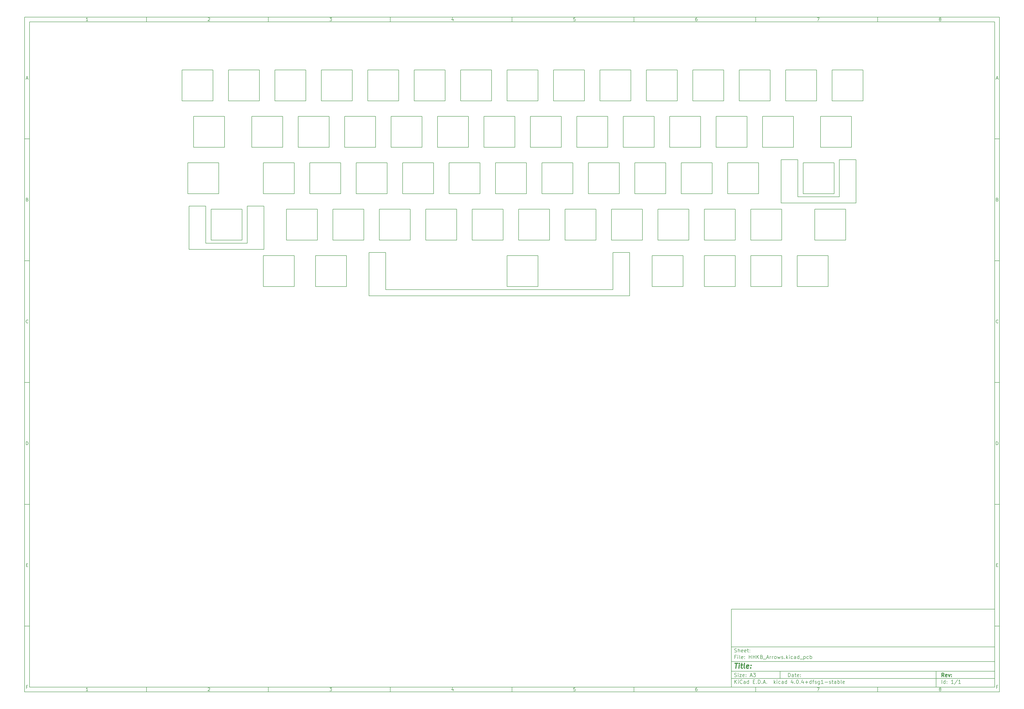
<source format=gbr>
G04 #@! TF.FileFunction,Other,Comment*
%FSLAX46Y46*%
G04 Gerber Fmt 4.6, Leading zero omitted, Abs format (unit mm)*
G04 Created by KiCad (PCBNEW 4.0.4+dfsg1-stable) date Tue Nov  8 21:14:36 2016*
%MOMM*%
%LPD*%
G01*
G04 APERTURE LIST*
%ADD10C,0.100000*%
%ADD11C,0.150000*%
%ADD12C,0.300000*%
%ADD13C,0.400000*%
%ADD14C,0.152400*%
G04 APERTURE END LIST*
D10*
D11*
X299989000Y-253002200D02*
X299989000Y-285002200D01*
X407989000Y-285002200D01*
X407989000Y-253002200D01*
X299989000Y-253002200D01*
D10*
D11*
X10000000Y-10000000D02*
X10000000Y-287002200D01*
X409989000Y-287002200D01*
X409989000Y-10000000D01*
X10000000Y-10000000D01*
D10*
D11*
X12000000Y-12000000D02*
X12000000Y-285002200D01*
X407989000Y-285002200D01*
X407989000Y-12000000D01*
X12000000Y-12000000D01*
D10*
D11*
X60000000Y-12000000D02*
X60000000Y-10000000D01*
D10*
D11*
X110000000Y-12000000D02*
X110000000Y-10000000D01*
D10*
D11*
X160000000Y-12000000D02*
X160000000Y-10000000D01*
D10*
D11*
X210000000Y-12000000D02*
X210000000Y-10000000D01*
D10*
D11*
X260000000Y-12000000D02*
X260000000Y-10000000D01*
D10*
D11*
X310000000Y-12000000D02*
X310000000Y-10000000D01*
D10*
D11*
X360000000Y-12000000D02*
X360000000Y-10000000D01*
D10*
D11*
X35990476Y-11588095D02*
X35247619Y-11588095D01*
X35619048Y-11588095D02*
X35619048Y-10288095D01*
X35495238Y-10473810D01*
X35371429Y-10597619D01*
X35247619Y-10659524D01*
D10*
D11*
X85247619Y-10411905D02*
X85309524Y-10350000D01*
X85433333Y-10288095D01*
X85742857Y-10288095D01*
X85866667Y-10350000D01*
X85928571Y-10411905D01*
X85990476Y-10535714D01*
X85990476Y-10659524D01*
X85928571Y-10845238D01*
X85185714Y-11588095D01*
X85990476Y-11588095D01*
D10*
D11*
X135185714Y-10288095D02*
X135990476Y-10288095D01*
X135557143Y-10783333D01*
X135742857Y-10783333D01*
X135866667Y-10845238D01*
X135928571Y-10907143D01*
X135990476Y-11030952D01*
X135990476Y-11340476D01*
X135928571Y-11464286D01*
X135866667Y-11526190D01*
X135742857Y-11588095D01*
X135371429Y-11588095D01*
X135247619Y-11526190D01*
X135185714Y-11464286D01*
D10*
D11*
X185866667Y-10721429D02*
X185866667Y-11588095D01*
X185557143Y-10226190D02*
X185247619Y-11154762D01*
X186052381Y-11154762D01*
D10*
D11*
X235928571Y-10288095D02*
X235309524Y-10288095D01*
X235247619Y-10907143D01*
X235309524Y-10845238D01*
X235433333Y-10783333D01*
X235742857Y-10783333D01*
X235866667Y-10845238D01*
X235928571Y-10907143D01*
X235990476Y-11030952D01*
X235990476Y-11340476D01*
X235928571Y-11464286D01*
X235866667Y-11526190D01*
X235742857Y-11588095D01*
X235433333Y-11588095D01*
X235309524Y-11526190D01*
X235247619Y-11464286D01*
D10*
D11*
X285866667Y-10288095D02*
X285619048Y-10288095D01*
X285495238Y-10350000D01*
X285433333Y-10411905D01*
X285309524Y-10597619D01*
X285247619Y-10845238D01*
X285247619Y-11340476D01*
X285309524Y-11464286D01*
X285371429Y-11526190D01*
X285495238Y-11588095D01*
X285742857Y-11588095D01*
X285866667Y-11526190D01*
X285928571Y-11464286D01*
X285990476Y-11340476D01*
X285990476Y-11030952D01*
X285928571Y-10907143D01*
X285866667Y-10845238D01*
X285742857Y-10783333D01*
X285495238Y-10783333D01*
X285371429Y-10845238D01*
X285309524Y-10907143D01*
X285247619Y-11030952D01*
D10*
D11*
X335185714Y-10288095D02*
X336052381Y-10288095D01*
X335495238Y-11588095D01*
D10*
D11*
X385495238Y-10845238D02*
X385371429Y-10783333D01*
X385309524Y-10721429D01*
X385247619Y-10597619D01*
X385247619Y-10535714D01*
X385309524Y-10411905D01*
X385371429Y-10350000D01*
X385495238Y-10288095D01*
X385742857Y-10288095D01*
X385866667Y-10350000D01*
X385928571Y-10411905D01*
X385990476Y-10535714D01*
X385990476Y-10597619D01*
X385928571Y-10721429D01*
X385866667Y-10783333D01*
X385742857Y-10845238D01*
X385495238Y-10845238D01*
X385371429Y-10907143D01*
X385309524Y-10969048D01*
X385247619Y-11092857D01*
X385247619Y-11340476D01*
X385309524Y-11464286D01*
X385371429Y-11526190D01*
X385495238Y-11588095D01*
X385742857Y-11588095D01*
X385866667Y-11526190D01*
X385928571Y-11464286D01*
X385990476Y-11340476D01*
X385990476Y-11092857D01*
X385928571Y-10969048D01*
X385866667Y-10907143D01*
X385742857Y-10845238D01*
D10*
D11*
X60000000Y-285002200D02*
X60000000Y-287002200D01*
D10*
D11*
X110000000Y-285002200D02*
X110000000Y-287002200D01*
D10*
D11*
X160000000Y-285002200D02*
X160000000Y-287002200D01*
D10*
D11*
X210000000Y-285002200D02*
X210000000Y-287002200D01*
D10*
D11*
X260000000Y-285002200D02*
X260000000Y-287002200D01*
D10*
D11*
X310000000Y-285002200D02*
X310000000Y-287002200D01*
D10*
D11*
X360000000Y-285002200D02*
X360000000Y-287002200D01*
D10*
D11*
X35990476Y-286590295D02*
X35247619Y-286590295D01*
X35619048Y-286590295D02*
X35619048Y-285290295D01*
X35495238Y-285476010D01*
X35371429Y-285599819D01*
X35247619Y-285661724D01*
D10*
D11*
X85247619Y-285414105D02*
X85309524Y-285352200D01*
X85433333Y-285290295D01*
X85742857Y-285290295D01*
X85866667Y-285352200D01*
X85928571Y-285414105D01*
X85990476Y-285537914D01*
X85990476Y-285661724D01*
X85928571Y-285847438D01*
X85185714Y-286590295D01*
X85990476Y-286590295D01*
D10*
D11*
X135185714Y-285290295D02*
X135990476Y-285290295D01*
X135557143Y-285785533D01*
X135742857Y-285785533D01*
X135866667Y-285847438D01*
X135928571Y-285909343D01*
X135990476Y-286033152D01*
X135990476Y-286342676D01*
X135928571Y-286466486D01*
X135866667Y-286528390D01*
X135742857Y-286590295D01*
X135371429Y-286590295D01*
X135247619Y-286528390D01*
X135185714Y-286466486D01*
D10*
D11*
X185866667Y-285723629D02*
X185866667Y-286590295D01*
X185557143Y-285228390D02*
X185247619Y-286156962D01*
X186052381Y-286156962D01*
D10*
D11*
X235928571Y-285290295D02*
X235309524Y-285290295D01*
X235247619Y-285909343D01*
X235309524Y-285847438D01*
X235433333Y-285785533D01*
X235742857Y-285785533D01*
X235866667Y-285847438D01*
X235928571Y-285909343D01*
X235990476Y-286033152D01*
X235990476Y-286342676D01*
X235928571Y-286466486D01*
X235866667Y-286528390D01*
X235742857Y-286590295D01*
X235433333Y-286590295D01*
X235309524Y-286528390D01*
X235247619Y-286466486D01*
D10*
D11*
X285866667Y-285290295D02*
X285619048Y-285290295D01*
X285495238Y-285352200D01*
X285433333Y-285414105D01*
X285309524Y-285599819D01*
X285247619Y-285847438D01*
X285247619Y-286342676D01*
X285309524Y-286466486D01*
X285371429Y-286528390D01*
X285495238Y-286590295D01*
X285742857Y-286590295D01*
X285866667Y-286528390D01*
X285928571Y-286466486D01*
X285990476Y-286342676D01*
X285990476Y-286033152D01*
X285928571Y-285909343D01*
X285866667Y-285847438D01*
X285742857Y-285785533D01*
X285495238Y-285785533D01*
X285371429Y-285847438D01*
X285309524Y-285909343D01*
X285247619Y-286033152D01*
D10*
D11*
X335185714Y-285290295D02*
X336052381Y-285290295D01*
X335495238Y-286590295D01*
D10*
D11*
X385495238Y-285847438D02*
X385371429Y-285785533D01*
X385309524Y-285723629D01*
X385247619Y-285599819D01*
X385247619Y-285537914D01*
X385309524Y-285414105D01*
X385371429Y-285352200D01*
X385495238Y-285290295D01*
X385742857Y-285290295D01*
X385866667Y-285352200D01*
X385928571Y-285414105D01*
X385990476Y-285537914D01*
X385990476Y-285599819D01*
X385928571Y-285723629D01*
X385866667Y-285785533D01*
X385742857Y-285847438D01*
X385495238Y-285847438D01*
X385371429Y-285909343D01*
X385309524Y-285971248D01*
X385247619Y-286095057D01*
X385247619Y-286342676D01*
X385309524Y-286466486D01*
X385371429Y-286528390D01*
X385495238Y-286590295D01*
X385742857Y-286590295D01*
X385866667Y-286528390D01*
X385928571Y-286466486D01*
X385990476Y-286342676D01*
X385990476Y-286095057D01*
X385928571Y-285971248D01*
X385866667Y-285909343D01*
X385742857Y-285847438D01*
D10*
D11*
X10000000Y-60000000D02*
X12000000Y-60000000D01*
D10*
D11*
X10000000Y-110000000D02*
X12000000Y-110000000D01*
D10*
D11*
X10000000Y-160000000D02*
X12000000Y-160000000D01*
D10*
D11*
X10000000Y-210000000D02*
X12000000Y-210000000D01*
D10*
D11*
X10000000Y-260000000D02*
X12000000Y-260000000D01*
D10*
D11*
X10690476Y-35216667D02*
X11309524Y-35216667D01*
X10566667Y-35588095D02*
X11000000Y-34288095D01*
X11433333Y-35588095D01*
D10*
D11*
X11092857Y-84907143D02*
X11278571Y-84969048D01*
X11340476Y-85030952D01*
X11402381Y-85154762D01*
X11402381Y-85340476D01*
X11340476Y-85464286D01*
X11278571Y-85526190D01*
X11154762Y-85588095D01*
X10659524Y-85588095D01*
X10659524Y-84288095D01*
X11092857Y-84288095D01*
X11216667Y-84350000D01*
X11278571Y-84411905D01*
X11340476Y-84535714D01*
X11340476Y-84659524D01*
X11278571Y-84783333D01*
X11216667Y-84845238D01*
X11092857Y-84907143D01*
X10659524Y-84907143D01*
D10*
D11*
X11402381Y-135464286D02*
X11340476Y-135526190D01*
X11154762Y-135588095D01*
X11030952Y-135588095D01*
X10845238Y-135526190D01*
X10721429Y-135402381D01*
X10659524Y-135278571D01*
X10597619Y-135030952D01*
X10597619Y-134845238D01*
X10659524Y-134597619D01*
X10721429Y-134473810D01*
X10845238Y-134350000D01*
X11030952Y-134288095D01*
X11154762Y-134288095D01*
X11340476Y-134350000D01*
X11402381Y-134411905D01*
D10*
D11*
X10659524Y-185588095D02*
X10659524Y-184288095D01*
X10969048Y-184288095D01*
X11154762Y-184350000D01*
X11278571Y-184473810D01*
X11340476Y-184597619D01*
X11402381Y-184845238D01*
X11402381Y-185030952D01*
X11340476Y-185278571D01*
X11278571Y-185402381D01*
X11154762Y-185526190D01*
X10969048Y-185588095D01*
X10659524Y-185588095D01*
D10*
D11*
X10721429Y-234907143D02*
X11154762Y-234907143D01*
X11340476Y-235588095D02*
X10721429Y-235588095D01*
X10721429Y-234288095D01*
X11340476Y-234288095D01*
D10*
D11*
X11185714Y-284907143D02*
X10752381Y-284907143D01*
X10752381Y-285588095D02*
X10752381Y-284288095D01*
X11371428Y-284288095D01*
D10*
D11*
X409989000Y-60000000D02*
X407989000Y-60000000D01*
D10*
D11*
X409989000Y-110000000D02*
X407989000Y-110000000D01*
D10*
D11*
X409989000Y-160000000D02*
X407989000Y-160000000D01*
D10*
D11*
X409989000Y-210000000D02*
X407989000Y-210000000D01*
D10*
D11*
X409989000Y-260000000D02*
X407989000Y-260000000D01*
D10*
D11*
X408679476Y-35216667D02*
X409298524Y-35216667D01*
X408555667Y-35588095D02*
X408989000Y-34288095D01*
X409422333Y-35588095D01*
D10*
D11*
X409081857Y-84907143D02*
X409267571Y-84969048D01*
X409329476Y-85030952D01*
X409391381Y-85154762D01*
X409391381Y-85340476D01*
X409329476Y-85464286D01*
X409267571Y-85526190D01*
X409143762Y-85588095D01*
X408648524Y-85588095D01*
X408648524Y-84288095D01*
X409081857Y-84288095D01*
X409205667Y-84350000D01*
X409267571Y-84411905D01*
X409329476Y-84535714D01*
X409329476Y-84659524D01*
X409267571Y-84783333D01*
X409205667Y-84845238D01*
X409081857Y-84907143D01*
X408648524Y-84907143D01*
D10*
D11*
X409391381Y-135464286D02*
X409329476Y-135526190D01*
X409143762Y-135588095D01*
X409019952Y-135588095D01*
X408834238Y-135526190D01*
X408710429Y-135402381D01*
X408648524Y-135278571D01*
X408586619Y-135030952D01*
X408586619Y-134845238D01*
X408648524Y-134597619D01*
X408710429Y-134473810D01*
X408834238Y-134350000D01*
X409019952Y-134288095D01*
X409143762Y-134288095D01*
X409329476Y-134350000D01*
X409391381Y-134411905D01*
D10*
D11*
X408648524Y-185588095D02*
X408648524Y-184288095D01*
X408958048Y-184288095D01*
X409143762Y-184350000D01*
X409267571Y-184473810D01*
X409329476Y-184597619D01*
X409391381Y-184845238D01*
X409391381Y-185030952D01*
X409329476Y-185278571D01*
X409267571Y-185402381D01*
X409143762Y-185526190D01*
X408958048Y-185588095D01*
X408648524Y-185588095D01*
D10*
D11*
X408710429Y-234907143D02*
X409143762Y-234907143D01*
X409329476Y-235588095D02*
X408710429Y-235588095D01*
X408710429Y-234288095D01*
X409329476Y-234288095D01*
D10*
D11*
X409174714Y-284907143D02*
X408741381Y-284907143D01*
X408741381Y-285588095D02*
X408741381Y-284288095D01*
X409360428Y-284288095D01*
D10*
D11*
X323346143Y-280780771D02*
X323346143Y-279280771D01*
X323703286Y-279280771D01*
X323917571Y-279352200D01*
X324060429Y-279495057D01*
X324131857Y-279637914D01*
X324203286Y-279923629D01*
X324203286Y-280137914D01*
X324131857Y-280423629D01*
X324060429Y-280566486D01*
X323917571Y-280709343D01*
X323703286Y-280780771D01*
X323346143Y-280780771D01*
X325489000Y-280780771D02*
X325489000Y-279995057D01*
X325417571Y-279852200D01*
X325274714Y-279780771D01*
X324989000Y-279780771D01*
X324846143Y-279852200D01*
X325489000Y-280709343D02*
X325346143Y-280780771D01*
X324989000Y-280780771D01*
X324846143Y-280709343D01*
X324774714Y-280566486D01*
X324774714Y-280423629D01*
X324846143Y-280280771D01*
X324989000Y-280209343D01*
X325346143Y-280209343D01*
X325489000Y-280137914D01*
X325989000Y-279780771D02*
X326560429Y-279780771D01*
X326203286Y-279280771D02*
X326203286Y-280566486D01*
X326274714Y-280709343D01*
X326417572Y-280780771D01*
X326560429Y-280780771D01*
X327631857Y-280709343D02*
X327489000Y-280780771D01*
X327203286Y-280780771D01*
X327060429Y-280709343D01*
X326989000Y-280566486D01*
X326989000Y-279995057D01*
X327060429Y-279852200D01*
X327203286Y-279780771D01*
X327489000Y-279780771D01*
X327631857Y-279852200D01*
X327703286Y-279995057D01*
X327703286Y-280137914D01*
X326989000Y-280280771D01*
X328346143Y-280637914D02*
X328417571Y-280709343D01*
X328346143Y-280780771D01*
X328274714Y-280709343D01*
X328346143Y-280637914D01*
X328346143Y-280780771D01*
X328346143Y-279852200D02*
X328417571Y-279923629D01*
X328346143Y-279995057D01*
X328274714Y-279923629D01*
X328346143Y-279852200D01*
X328346143Y-279995057D01*
D10*
D11*
X299989000Y-281502200D02*
X407989000Y-281502200D01*
D10*
D11*
X301346143Y-283580771D02*
X301346143Y-282080771D01*
X302203286Y-283580771D02*
X301560429Y-282723629D01*
X302203286Y-282080771D02*
X301346143Y-282937914D01*
X302846143Y-283580771D02*
X302846143Y-282580771D01*
X302846143Y-282080771D02*
X302774714Y-282152200D01*
X302846143Y-282223629D01*
X302917571Y-282152200D01*
X302846143Y-282080771D01*
X302846143Y-282223629D01*
X304417572Y-283437914D02*
X304346143Y-283509343D01*
X304131857Y-283580771D01*
X303989000Y-283580771D01*
X303774715Y-283509343D01*
X303631857Y-283366486D01*
X303560429Y-283223629D01*
X303489000Y-282937914D01*
X303489000Y-282723629D01*
X303560429Y-282437914D01*
X303631857Y-282295057D01*
X303774715Y-282152200D01*
X303989000Y-282080771D01*
X304131857Y-282080771D01*
X304346143Y-282152200D01*
X304417572Y-282223629D01*
X305703286Y-283580771D02*
X305703286Y-282795057D01*
X305631857Y-282652200D01*
X305489000Y-282580771D01*
X305203286Y-282580771D01*
X305060429Y-282652200D01*
X305703286Y-283509343D02*
X305560429Y-283580771D01*
X305203286Y-283580771D01*
X305060429Y-283509343D01*
X304989000Y-283366486D01*
X304989000Y-283223629D01*
X305060429Y-283080771D01*
X305203286Y-283009343D01*
X305560429Y-283009343D01*
X305703286Y-282937914D01*
X307060429Y-283580771D02*
X307060429Y-282080771D01*
X307060429Y-283509343D02*
X306917572Y-283580771D01*
X306631858Y-283580771D01*
X306489000Y-283509343D01*
X306417572Y-283437914D01*
X306346143Y-283295057D01*
X306346143Y-282866486D01*
X306417572Y-282723629D01*
X306489000Y-282652200D01*
X306631858Y-282580771D01*
X306917572Y-282580771D01*
X307060429Y-282652200D01*
X308917572Y-282795057D02*
X309417572Y-282795057D01*
X309631858Y-283580771D02*
X308917572Y-283580771D01*
X308917572Y-282080771D01*
X309631858Y-282080771D01*
X310274715Y-283437914D02*
X310346143Y-283509343D01*
X310274715Y-283580771D01*
X310203286Y-283509343D01*
X310274715Y-283437914D01*
X310274715Y-283580771D01*
X310989001Y-283580771D02*
X310989001Y-282080771D01*
X311346144Y-282080771D01*
X311560429Y-282152200D01*
X311703287Y-282295057D01*
X311774715Y-282437914D01*
X311846144Y-282723629D01*
X311846144Y-282937914D01*
X311774715Y-283223629D01*
X311703287Y-283366486D01*
X311560429Y-283509343D01*
X311346144Y-283580771D01*
X310989001Y-283580771D01*
X312489001Y-283437914D02*
X312560429Y-283509343D01*
X312489001Y-283580771D01*
X312417572Y-283509343D01*
X312489001Y-283437914D01*
X312489001Y-283580771D01*
X313131858Y-283152200D02*
X313846144Y-283152200D01*
X312989001Y-283580771D02*
X313489001Y-282080771D01*
X313989001Y-283580771D01*
X314489001Y-283437914D02*
X314560429Y-283509343D01*
X314489001Y-283580771D01*
X314417572Y-283509343D01*
X314489001Y-283437914D01*
X314489001Y-283580771D01*
X317489001Y-283580771D02*
X317489001Y-282080771D01*
X317631858Y-283009343D02*
X318060429Y-283580771D01*
X318060429Y-282580771D02*
X317489001Y-283152200D01*
X318703287Y-283580771D02*
X318703287Y-282580771D01*
X318703287Y-282080771D02*
X318631858Y-282152200D01*
X318703287Y-282223629D01*
X318774715Y-282152200D01*
X318703287Y-282080771D01*
X318703287Y-282223629D01*
X320060430Y-283509343D02*
X319917573Y-283580771D01*
X319631859Y-283580771D01*
X319489001Y-283509343D01*
X319417573Y-283437914D01*
X319346144Y-283295057D01*
X319346144Y-282866486D01*
X319417573Y-282723629D01*
X319489001Y-282652200D01*
X319631859Y-282580771D01*
X319917573Y-282580771D01*
X320060430Y-282652200D01*
X321346144Y-283580771D02*
X321346144Y-282795057D01*
X321274715Y-282652200D01*
X321131858Y-282580771D01*
X320846144Y-282580771D01*
X320703287Y-282652200D01*
X321346144Y-283509343D02*
X321203287Y-283580771D01*
X320846144Y-283580771D01*
X320703287Y-283509343D01*
X320631858Y-283366486D01*
X320631858Y-283223629D01*
X320703287Y-283080771D01*
X320846144Y-283009343D01*
X321203287Y-283009343D01*
X321346144Y-282937914D01*
X322703287Y-283580771D02*
X322703287Y-282080771D01*
X322703287Y-283509343D02*
X322560430Y-283580771D01*
X322274716Y-283580771D01*
X322131858Y-283509343D01*
X322060430Y-283437914D01*
X321989001Y-283295057D01*
X321989001Y-282866486D01*
X322060430Y-282723629D01*
X322131858Y-282652200D01*
X322274716Y-282580771D01*
X322560430Y-282580771D01*
X322703287Y-282652200D01*
X325203287Y-282580771D02*
X325203287Y-283580771D01*
X324846144Y-282009343D02*
X324489001Y-283080771D01*
X325417573Y-283080771D01*
X325989001Y-283437914D02*
X326060429Y-283509343D01*
X325989001Y-283580771D01*
X325917572Y-283509343D01*
X325989001Y-283437914D01*
X325989001Y-283580771D01*
X326989001Y-282080771D02*
X327131858Y-282080771D01*
X327274715Y-282152200D01*
X327346144Y-282223629D01*
X327417573Y-282366486D01*
X327489001Y-282652200D01*
X327489001Y-283009343D01*
X327417573Y-283295057D01*
X327346144Y-283437914D01*
X327274715Y-283509343D01*
X327131858Y-283580771D01*
X326989001Y-283580771D01*
X326846144Y-283509343D01*
X326774715Y-283437914D01*
X326703287Y-283295057D01*
X326631858Y-283009343D01*
X326631858Y-282652200D01*
X326703287Y-282366486D01*
X326774715Y-282223629D01*
X326846144Y-282152200D01*
X326989001Y-282080771D01*
X328131858Y-283437914D02*
X328203286Y-283509343D01*
X328131858Y-283580771D01*
X328060429Y-283509343D01*
X328131858Y-283437914D01*
X328131858Y-283580771D01*
X329489001Y-282580771D02*
X329489001Y-283580771D01*
X329131858Y-282009343D02*
X328774715Y-283080771D01*
X329703287Y-283080771D01*
X330274715Y-283009343D02*
X331417572Y-283009343D01*
X330846143Y-283580771D02*
X330846143Y-282437914D01*
X332774715Y-283580771D02*
X332774715Y-282080771D01*
X332774715Y-283509343D02*
X332631858Y-283580771D01*
X332346144Y-283580771D01*
X332203286Y-283509343D01*
X332131858Y-283437914D01*
X332060429Y-283295057D01*
X332060429Y-282866486D01*
X332131858Y-282723629D01*
X332203286Y-282652200D01*
X332346144Y-282580771D01*
X332631858Y-282580771D01*
X332774715Y-282652200D01*
X333274715Y-282580771D02*
X333846144Y-282580771D01*
X333489001Y-283580771D02*
X333489001Y-282295057D01*
X333560429Y-282152200D01*
X333703287Y-282080771D01*
X333846144Y-282080771D01*
X334274715Y-283509343D02*
X334417572Y-283580771D01*
X334703287Y-283580771D01*
X334846144Y-283509343D01*
X334917572Y-283366486D01*
X334917572Y-283295057D01*
X334846144Y-283152200D01*
X334703287Y-283080771D01*
X334489001Y-283080771D01*
X334346144Y-283009343D01*
X334274715Y-282866486D01*
X334274715Y-282795057D01*
X334346144Y-282652200D01*
X334489001Y-282580771D01*
X334703287Y-282580771D01*
X334846144Y-282652200D01*
X336203287Y-282580771D02*
X336203287Y-283795057D01*
X336131858Y-283937914D01*
X336060430Y-284009343D01*
X335917573Y-284080771D01*
X335703287Y-284080771D01*
X335560430Y-284009343D01*
X336203287Y-283509343D02*
X336060430Y-283580771D01*
X335774716Y-283580771D01*
X335631858Y-283509343D01*
X335560430Y-283437914D01*
X335489001Y-283295057D01*
X335489001Y-282866486D01*
X335560430Y-282723629D01*
X335631858Y-282652200D01*
X335774716Y-282580771D01*
X336060430Y-282580771D01*
X336203287Y-282652200D01*
X337703287Y-283580771D02*
X336846144Y-283580771D01*
X337274716Y-283580771D02*
X337274716Y-282080771D01*
X337131859Y-282295057D01*
X336989001Y-282437914D01*
X336846144Y-282509343D01*
X338346144Y-283009343D02*
X339489001Y-283009343D01*
X340131858Y-283509343D02*
X340274715Y-283580771D01*
X340560430Y-283580771D01*
X340703287Y-283509343D01*
X340774715Y-283366486D01*
X340774715Y-283295057D01*
X340703287Y-283152200D01*
X340560430Y-283080771D01*
X340346144Y-283080771D01*
X340203287Y-283009343D01*
X340131858Y-282866486D01*
X340131858Y-282795057D01*
X340203287Y-282652200D01*
X340346144Y-282580771D01*
X340560430Y-282580771D01*
X340703287Y-282652200D01*
X341203287Y-282580771D02*
X341774716Y-282580771D01*
X341417573Y-282080771D02*
X341417573Y-283366486D01*
X341489001Y-283509343D01*
X341631859Y-283580771D01*
X341774716Y-283580771D01*
X342917573Y-283580771D02*
X342917573Y-282795057D01*
X342846144Y-282652200D01*
X342703287Y-282580771D01*
X342417573Y-282580771D01*
X342274716Y-282652200D01*
X342917573Y-283509343D02*
X342774716Y-283580771D01*
X342417573Y-283580771D01*
X342274716Y-283509343D01*
X342203287Y-283366486D01*
X342203287Y-283223629D01*
X342274716Y-283080771D01*
X342417573Y-283009343D01*
X342774716Y-283009343D01*
X342917573Y-282937914D01*
X343631859Y-283580771D02*
X343631859Y-282080771D01*
X343631859Y-282652200D02*
X343774716Y-282580771D01*
X344060430Y-282580771D01*
X344203287Y-282652200D01*
X344274716Y-282723629D01*
X344346145Y-282866486D01*
X344346145Y-283295057D01*
X344274716Y-283437914D01*
X344203287Y-283509343D01*
X344060430Y-283580771D01*
X343774716Y-283580771D01*
X343631859Y-283509343D01*
X345203288Y-283580771D02*
X345060430Y-283509343D01*
X344989002Y-283366486D01*
X344989002Y-282080771D01*
X346346144Y-283509343D02*
X346203287Y-283580771D01*
X345917573Y-283580771D01*
X345774716Y-283509343D01*
X345703287Y-283366486D01*
X345703287Y-282795057D01*
X345774716Y-282652200D01*
X345917573Y-282580771D01*
X346203287Y-282580771D01*
X346346144Y-282652200D01*
X346417573Y-282795057D01*
X346417573Y-282937914D01*
X345703287Y-283080771D01*
D10*
D11*
X299989000Y-278502200D02*
X407989000Y-278502200D01*
D10*
D12*
X387203286Y-280780771D02*
X386703286Y-280066486D01*
X386346143Y-280780771D02*
X386346143Y-279280771D01*
X386917571Y-279280771D01*
X387060429Y-279352200D01*
X387131857Y-279423629D01*
X387203286Y-279566486D01*
X387203286Y-279780771D01*
X387131857Y-279923629D01*
X387060429Y-279995057D01*
X386917571Y-280066486D01*
X386346143Y-280066486D01*
X388417571Y-280709343D02*
X388274714Y-280780771D01*
X387989000Y-280780771D01*
X387846143Y-280709343D01*
X387774714Y-280566486D01*
X387774714Y-279995057D01*
X387846143Y-279852200D01*
X387989000Y-279780771D01*
X388274714Y-279780771D01*
X388417571Y-279852200D01*
X388489000Y-279995057D01*
X388489000Y-280137914D01*
X387774714Y-280280771D01*
X388989000Y-279780771D02*
X389346143Y-280780771D01*
X389703285Y-279780771D01*
X390274714Y-280637914D02*
X390346142Y-280709343D01*
X390274714Y-280780771D01*
X390203285Y-280709343D01*
X390274714Y-280637914D01*
X390274714Y-280780771D01*
X390274714Y-279852200D02*
X390346142Y-279923629D01*
X390274714Y-279995057D01*
X390203285Y-279923629D01*
X390274714Y-279852200D01*
X390274714Y-279995057D01*
D10*
D11*
X301274714Y-280709343D02*
X301489000Y-280780771D01*
X301846143Y-280780771D01*
X301989000Y-280709343D01*
X302060429Y-280637914D01*
X302131857Y-280495057D01*
X302131857Y-280352200D01*
X302060429Y-280209343D01*
X301989000Y-280137914D01*
X301846143Y-280066486D01*
X301560429Y-279995057D01*
X301417571Y-279923629D01*
X301346143Y-279852200D01*
X301274714Y-279709343D01*
X301274714Y-279566486D01*
X301346143Y-279423629D01*
X301417571Y-279352200D01*
X301560429Y-279280771D01*
X301917571Y-279280771D01*
X302131857Y-279352200D01*
X302774714Y-280780771D02*
X302774714Y-279780771D01*
X302774714Y-279280771D02*
X302703285Y-279352200D01*
X302774714Y-279423629D01*
X302846142Y-279352200D01*
X302774714Y-279280771D01*
X302774714Y-279423629D01*
X303346143Y-279780771D02*
X304131857Y-279780771D01*
X303346143Y-280780771D01*
X304131857Y-280780771D01*
X305274714Y-280709343D02*
X305131857Y-280780771D01*
X304846143Y-280780771D01*
X304703286Y-280709343D01*
X304631857Y-280566486D01*
X304631857Y-279995057D01*
X304703286Y-279852200D01*
X304846143Y-279780771D01*
X305131857Y-279780771D01*
X305274714Y-279852200D01*
X305346143Y-279995057D01*
X305346143Y-280137914D01*
X304631857Y-280280771D01*
X305989000Y-280637914D02*
X306060428Y-280709343D01*
X305989000Y-280780771D01*
X305917571Y-280709343D01*
X305989000Y-280637914D01*
X305989000Y-280780771D01*
X305989000Y-279852200D02*
X306060428Y-279923629D01*
X305989000Y-279995057D01*
X305917571Y-279923629D01*
X305989000Y-279852200D01*
X305989000Y-279995057D01*
X307774714Y-280352200D02*
X308489000Y-280352200D01*
X307631857Y-280780771D02*
X308131857Y-279280771D01*
X308631857Y-280780771D01*
X308989000Y-279280771D02*
X309917571Y-279280771D01*
X309417571Y-279852200D01*
X309631857Y-279852200D01*
X309774714Y-279923629D01*
X309846143Y-279995057D01*
X309917571Y-280137914D01*
X309917571Y-280495057D01*
X309846143Y-280637914D01*
X309774714Y-280709343D01*
X309631857Y-280780771D01*
X309203285Y-280780771D01*
X309060428Y-280709343D01*
X308989000Y-280637914D01*
D10*
D11*
X386346143Y-283580771D02*
X386346143Y-282080771D01*
X387703286Y-283580771D02*
X387703286Y-282080771D01*
X387703286Y-283509343D02*
X387560429Y-283580771D01*
X387274715Y-283580771D01*
X387131857Y-283509343D01*
X387060429Y-283437914D01*
X386989000Y-283295057D01*
X386989000Y-282866486D01*
X387060429Y-282723629D01*
X387131857Y-282652200D01*
X387274715Y-282580771D01*
X387560429Y-282580771D01*
X387703286Y-282652200D01*
X388417572Y-283437914D02*
X388489000Y-283509343D01*
X388417572Y-283580771D01*
X388346143Y-283509343D01*
X388417572Y-283437914D01*
X388417572Y-283580771D01*
X388417572Y-282652200D02*
X388489000Y-282723629D01*
X388417572Y-282795057D01*
X388346143Y-282723629D01*
X388417572Y-282652200D01*
X388417572Y-282795057D01*
X391060429Y-283580771D02*
X390203286Y-283580771D01*
X390631858Y-283580771D02*
X390631858Y-282080771D01*
X390489001Y-282295057D01*
X390346143Y-282437914D01*
X390203286Y-282509343D01*
X392774714Y-282009343D02*
X391489000Y-283937914D01*
X394060429Y-283580771D02*
X393203286Y-283580771D01*
X393631858Y-283580771D02*
X393631858Y-282080771D01*
X393489001Y-282295057D01*
X393346143Y-282437914D01*
X393203286Y-282509343D01*
D10*
D11*
X299989000Y-274502200D02*
X407989000Y-274502200D01*
D10*
D13*
X301441381Y-275206962D02*
X302584238Y-275206962D01*
X301762810Y-277206962D02*
X302012810Y-275206962D01*
X303000905Y-277206962D02*
X303167571Y-275873629D01*
X303250905Y-275206962D02*
X303143762Y-275302200D01*
X303227095Y-275397438D01*
X303334239Y-275302200D01*
X303250905Y-275206962D01*
X303227095Y-275397438D01*
X303834238Y-275873629D02*
X304596143Y-275873629D01*
X304203286Y-275206962D02*
X303989000Y-276921248D01*
X304060430Y-277111724D01*
X304239001Y-277206962D01*
X304429477Y-277206962D01*
X305381858Y-277206962D02*
X305203287Y-277111724D01*
X305131857Y-276921248D01*
X305346143Y-275206962D01*
X306917572Y-277111724D02*
X306715191Y-277206962D01*
X306334239Y-277206962D01*
X306155667Y-277111724D01*
X306084238Y-276921248D01*
X306179476Y-276159343D01*
X306298524Y-275968867D01*
X306500905Y-275873629D01*
X306881857Y-275873629D01*
X307060429Y-275968867D01*
X307131857Y-276159343D01*
X307108048Y-276349819D01*
X306131857Y-276540295D01*
X307881857Y-277016486D02*
X307965192Y-277111724D01*
X307858048Y-277206962D01*
X307774715Y-277111724D01*
X307881857Y-277016486D01*
X307858048Y-277206962D01*
X308012810Y-275968867D02*
X308096144Y-276064105D01*
X307989000Y-276159343D01*
X307905667Y-276064105D01*
X308012810Y-275968867D01*
X307989000Y-276159343D01*
D10*
D11*
X301846143Y-272595057D02*
X301346143Y-272595057D01*
X301346143Y-273380771D02*
X301346143Y-271880771D01*
X302060429Y-271880771D01*
X302631857Y-273380771D02*
X302631857Y-272380771D01*
X302631857Y-271880771D02*
X302560428Y-271952200D01*
X302631857Y-272023629D01*
X302703285Y-271952200D01*
X302631857Y-271880771D01*
X302631857Y-272023629D01*
X303560429Y-273380771D02*
X303417571Y-273309343D01*
X303346143Y-273166486D01*
X303346143Y-271880771D01*
X304703285Y-273309343D02*
X304560428Y-273380771D01*
X304274714Y-273380771D01*
X304131857Y-273309343D01*
X304060428Y-273166486D01*
X304060428Y-272595057D01*
X304131857Y-272452200D01*
X304274714Y-272380771D01*
X304560428Y-272380771D01*
X304703285Y-272452200D01*
X304774714Y-272595057D01*
X304774714Y-272737914D01*
X304060428Y-272880771D01*
X305417571Y-273237914D02*
X305488999Y-273309343D01*
X305417571Y-273380771D01*
X305346142Y-273309343D01*
X305417571Y-273237914D01*
X305417571Y-273380771D01*
X305417571Y-272452200D02*
X305488999Y-272523629D01*
X305417571Y-272595057D01*
X305346142Y-272523629D01*
X305417571Y-272452200D01*
X305417571Y-272595057D01*
X307274714Y-273380771D02*
X307274714Y-271880771D01*
X307274714Y-272595057D02*
X308131857Y-272595057D01*
X308131857Y-273380771D02*
X308131857Y-271880771D01*
X308846143Y-273380771D02*
X308846143Y-271880771D01*
X308846143Y-272595057D02*
X309703286Y-272595057D01*
X309703286Y-273380771D02*
X309703286Y-271880771D01*
X310417572Y-273380771D02*
X310417572Y-271880771D01*
X311274715Y-273380771D02*
X310631858Y-272523629D01*
X311274715Y-271880771D02*
X310417572Y-272737914D01*
X312417572Y-272595057D02*
X312631858Y-272666486D01*
X312703286Y-272737914D01*
X312774715Y-272880771D01*
X312774715Y-273095057D01*
X312703286Y-273237914D01*
X312631858Y-273309343D01*
X312489000Y-273380771D01*
X311917572Y-273380771D01*
X311917572Y-271880771D01*
X312417572Y-271880771D01*
X312560429Y-271952200D01*
X312631858Y-272023629D01*
X312703286Y-272166486D01*
X312703286Y-272309343D01*
X312631858Y-272452200D01*
X312560429Y-272523629D01*
X312417572Y-272595057D01*
X311917572Y-272595057D01*
X313060429Y-273523629D02*
X314203286Y-273523629D01*
X314489000Y-272952200D02*
X315203286Y-272952200D01*
X314346143Y-273380771D02*
X314846143Y-271880771D01*
X315346143Y-273380771D01*
X315846143Y-273380771D02*
X315846143Y-272380771D01*
X315846143Y-272666486D02*
X315917571Y-272523629D01*
X315989000Y-272452200D01*
X316131857Y-272380771D01*
X316274714Y-272380771D01*
X316774714Y-273380771D02*
X316774714Y-272380771D01*
X316774714Y-272666486D02*
X316846142Y-272523629D01*
X316917571Y-272452200D01*
X317060428Y-272380771D01*
X317203285Y-272380771D01*
X317917571Y-273380771D02*
X317774713Y-273309343D01*
X317703285Y-273237914D01*
X317631856Y-273095057D01*
X317631856Y-272666486D01*
X317703285Y-272523629D01*
X317774713Y-272452200D01*
X317917571Y-272380771D01*
X318131856Y-272380771D01*
X318274713Y-272452200D01*
X318346142Y-272523629D01*
X318417571Y-272666486D01*
X318417571Y-273095057D01*
X318346142Y-273237914D01*
X318274713Y-273309343D01*
X318131856Y-273380771D01*
X317917571Y-273380771D01*
X318917571Y-272380771D02*
X319203285Y-273380771D01*
X319488999Y-272666486D01*
X319774714Y-273380771D01*
X320060428Y-272380771D01*
X320560428Y-273309343D02*
X320703285Y-273380771D01*
X320989000Y-273380771D01*
X321131857Y-273309343D01*
X321203285Y-273166486D01*
X321203285Y-273095057D01*
X321131857Y-272952200D01*
X320989000Y-272880771D01*
X320774714Y-272880771D01*
X320631857Y-272809343D01*
X320560428Y-272666486D01*
X320560428Y-272595057D01*
X320631857Y-272452200D01*
X320774714Y-272380771D01*
X320989000Y-272380771D01*
X321131857Y-272452200D01*
X321846143Y-273237914D02*
X321917571Y-273309343D01*
X321846143Y-273380771D01*
X321774714Y-273309343D01*
X321846143Y-273237914D01*
X321846143Y-273380771D01*
X322560429Y-273380771D02*
X322560429Y-271880771D01*
X322703286Y-272809343D02*
X323131857Y-273380771D01*
X323131857Y-272380771D02*
X322560429Y-272952200D01*
X323774715Y-273380771D02*
X323774715Y-272380771D01*
X323774715Y-271880771D02*
X323703286Y-271952200D01*
X323774715Y-272023629D01*
X323846143Y-271952200D01*
X323774715Y-271880771D01*
X323774715Y-272023629D01*
X325131858Y-273309343D02*
X324989001Y-273380771D01*
X324703287Y-273380771D01*
X324560429Y-273309343D01*
X324489001Y-273237914D01*
X324417572Y-273095057D01*
X324417572Y-272666486D01*
X324489001Y-272523629D01*
X324560429Y-272452200D01*
X324703287Y-272380771D01*
X324989001Y-272380771D01*
X325131858Y-272452200D01*
X326417572Y-273380771D02*
X326417572Y-272595057D01*
X326346143Y-272452200D01*
X326203286Y-272380771D01*
X325917572Y-272380771D01*
X325774715Y-272452200D01*
X326417572Y-273309343D02*
X326274715Y-273380771D01*
X325917572Y-273380771D01*
X325774715Y-273309343D01*
X325703286Y-273166486D01*
X325703286Y-273023629D01*
X325774715Y-272880771D01*
X325917572Y-272809343D01*
X326274715Y-272809343D01*
X326417572Y-272737914D01*
X327774715Y-273380771D02*
X327774715Y-271880771D01*
X327774715Y-273309343D02*
X327631858Y-273380771D01*
X327346144Y-273380771D01*
X327203286Y-273309343D01*
X327131858Y-273237914D01*
X327060429Y-273095057D01*
X327060429Y-272666486D01*
X327131858Y-272523629D01*
X327203286Y-272452200D01*
X327346144Y-272380771D01*
X327631858Y-272380771D01*
X327774715Y-272452200D01*
X328131858Y-273523629D02*
X329274715Y-273523629D01*
X329631858Y-272380771D02*
X329631858Y-273880771D01*
X329631858Y-272452200D02*
X329774715Y-272380771D01*
X330060429Y-272380771D01*
X330203286Y-272452200D01*
X330274715Y-272523629D01*
X330346144Y-272666486D01*
X330346144Y-273095057D01*
X330274715Y-273237914D01*
X330203286Y-273309343D01*
X330060429Y-273380771D01*
X329774715Y-273380771D01*
X329631858Y-273309343D01*
X331631858Y-273309343D02*
X331489001Y-273380771D01*
X331203287Y-273380771D01*
X331060429Y-273309343D01*
X330989001Y-273237914D01*
X330917572Y-273095057D01*
X330917572Y-272666486D01*
X330989001Y-272523629D01*
X331060429Y-272452200D01*
X331203287Y-272380771D01*
X331489001Y-272380771D01*
X331631858Y-272452200D01*
X332274715Y-273380771D02*
X332274715Y-271880771D01*
X332274715Y-272452200D02*
X332417572Y-272380771D01*
X332703286Y-272380771D01*
X332846143Y-272452200D01*
X332917572Y-272523629D01*
X332989001Y-272666486D01*
X332989001Y-273095057D01*
X332917572Y-273237914D01*
X332846143Y-273309343D01*
X332703286Y-273380771D01*
X332417572Y-273380771D01*
X332274715Y-273309343D01*
D10*
D11*
X299989000Y-268502200D02*
X407989000Y-268502200D01*
D10*
D11*
X301274714Y-270609343D02*
X301489000Y-270680771D01*
X301846143Y-270680771D01*
X301989000Y-270609343D01*
X302060429Y-270537914D01*
X302131857Y-270395057D01*
X302131857Y-270252200D01*
X302060429Y-270109343D01*
X301989000Y-270037914D01*
X301846143Y-269966486D01*
X301560429Y-269895057D01*
X301417571Y-269823629D01*
X301346143Y-269752200D01*
X301274714Y-269609343D01*
X301274714Y-269466486D01*
X301346143Y-269323629D01*
X301417571Y-269252200D01*
X301560429Y-269180771D01*
X301917571Y-269180771D01*
X302131857Y-269252200D01*
X302774714Y-270680771D02*
X302774714Y-269180771D01*
X303417571Y-270680771D02*
X303417571Y-269895057D01*
X303346142Y-269752200D01*
X303203285Y-269680771D01*
X302989000Y-269680771D01*
X302846142Y-269752200D01*
X302774714Y-269823629D01*
X304703285Y-270609343D02*
X304560428Y-270680771D01*
X304274714Y-270680771D01*
X304131857Y-270609343D01*
X304060428Y-270466486D01*
X304060428Y-269895057D01*
X304131857Y-269752200D01*
X304274714Y-269680771D01*
X304560428Y-269680771D01*
X304703285Y-269752200D01*
X304774714Y-269895057D01*
X304774714Y-270037914D01*
X304060428Y-270180771D01*
X305988999Y-270609343D02*
X305846142Y-270680771D01*
X305560428Y-270680771D01*
X305417571Y-270609343D01*
X305346142Y-270466486D01*
X305346142Y-269895057D01*
X305417571Y-269752200D01*
X305560428Y-269680771D01*
X305846142Y-269680771D01*
X305988999Y-269752200D01*
X306060428Y-269895057D01*
X306060428Y-270037914D01*
X305346142Y-270180771D01*
X306488999Y-269680771D02*
X307060428Y-269680771D01*
X306703285Y-269180771D02*
X306703285Y-270466486D01*
X306774713Y-270609343D01*
X306917571Y-270680771D01*
X307060428Y-270680771D01*
X307560428Y-270537914D02*
X307631856Y-270609343D01*
X307560428Y-270680771D01*
X307488999Y-270609343D01*
X307560428Y-270537914D01*
X307560428Y-270680771D01*
X307560428Y-269752200D02*
X307631856Y-269823629D01*
X307560428Y-269895057D01*
X307488999Y-269823629D01*
X307560428Y-269752200D01*
X307560428Y-269895057D01*
D10*
D11*
X319989000Y-278502200D02*
X319989000Y-281502200D01*
D10*
D11*
X383989000Y-278502200D02*
X383989000Y-285002200D01*
D14*
X76993750Y-69850000D02*
X89693750Y-69850000D01*
X89693750Y-69850000D02*
X89693750Y-82550000D01*
X89693750Y-82550000D02*
X76993750Y-82550000D01*
X76993750Y-82550000D02*
X76993750Y-69850000D01*
X207962500Y-107950000D02*
X220662500Y-107950000D01*
X220662500Y-107950000D02*
X220662500Y-120650000D01*
X220662500Y-120650000D02*
X207962500Y-120650000D01*
X207962500Y-120650000D02*
X207962500Y-107950000D01*
X258254500Y-106680000D02*
X251396500Y-106680000D01*
X251396500Y-106680000D02*
X251396500Y-121920000D01*
X251396500Y-121920000D02*
X158178500Y-121920000D01*
X158178500Y-121920000D02*
X158178500Y-106680000D01*
X158178500Y-106680000D02*
X151320500Y-106680000D01*
X151320500Y-106680000D02*
X151320500Y-124460000D01*
X151320500Y-124460000D02*
X258254500Y-124460000D01*
X258254500Y-124460000D02*
X258254500Y-106680000D01*
X86518750Y-88900000D02*
X99218750Y-88900000D01*
X99218750Y-88900000D02*
X99218750Y-101600000D01*
X99218750Y-101600000D02*
X86518750Y-101600000D01*
X86518750Y-101600000D02*
X86518750Y-88900000D01*
X108235750Y-87630000D02*
X101377750Y-87630000D01*
X101377750Y-87630000D02*
X101377750Y-102870000D01*
X101377750Y-102870000D02*
X84359750Y-102870000D01*
X84359750Y-102870000D02*
X84359750Y-87630000D01*
X84359750Y-87630000D02*
X77501750Y-87630000D01*
X77501750Y-87630000D02*
X77501750Y-105410000D01*
X77501750Y-105410000D02*
X108235750Y-105410000D01*
X108235750Y-105410000D02*
X108235750Y-87630000D01*
X79375000Y-50800000D02*
X92075000Y-50800000D01*
X92075000Y-50800000D02*
X92075000Y-63500000D01*
X92075000Y-63500000D02*
X79375000Y-63500000D01*
X79375000Y-63500000D02*
X79375000Y-50800000D01*
X336550000Y-50800000D02*
X349250000Y-50800000D01*
X349250000Y-50800000D02*
X349250000Y-63500000D01*
X349250000Y-63500000D02*
X336550000Y-63500000D01*
X336550000Y-63500000D02*
X336550000Y-50800000D01*
X329406250Y-69850000D02*
X342106250Y-69850000D01*
X342106250Y-69850000D02*
X342106250Y-82550000D01*
X342106250Y-82550000D02*
X329406250Y-82550000D01*
X329406250Y-82550000D02*
X329406250Y-69850000D01*
X351123250Y-68580000D02*
X344265250Y-68580000D01*
X344265250Y-68580000D02*
X344265250Y-83820000D01*
X344265250Y-83820000D02*
X327247250Y-83820000D01*
X327247250Y-83820000D02*
X327247250Y-68580000D01*
X327247250Y-68580000D02*
X320389250Y-68580000D01*
X320389250Y-68580000D02*
X320389250Y-86360000D01*
X320389250Y-86360000D02*
X351123250Y-86360000D01*
X351123250Y-86360000D02*
X351123250Y-68580000D01*
X334168750Y-88900000D02*
X346868750Y-88900000D01*
X346868750Y-88900000D02*
X346868750Y-101600000D01*
X346868750Y-101600000D02*
X334168750Y-101600000D01*
X334168750Y-101600000D02*
X334168750Y-88900000D01*
X129381250Y-107950000D02*
X142081250Y-107950000D01*
X142081250Y-107950000D02*
X142081250Y-120650000D01*
X142081250Y-120650000D02*
X129381250Y-120650000D01*
X129381250Y-120650000D02*
X129381250Y-107950000D01*
X267493750Y-107950000D02*
X280193750Y-107950000D01*
X280193750Y-107950000D02*
X280193750Y-120650000D01*
X280193750Y-120650000D02*
X267493750Y-120650000D01*
X267493750Y-120650000D02*
X267493750Y-107950000D01*
X74612500Y-31750000D02*
X87312500Y-31750000D01*
X87312500Y-31750000D02*
X87312500Y-44450000D01*
X87312500Y-44450000D02*
X74612500Y-44450000D01*
X74612500Y-44450000D02*
X74612500Y-31750000D01*
X174625000Y-88900000D02*
X187325000Y-88900000D01*
X187325000Y-88900000D02*
X187325000Y-101600000D01*
X187325000Y-101600000D02*
X174625000Y-101600000D01*
X174625000Y-101600000D02*
X174625000Y-88900000D01*
X341312500Y-31750000D02*
X354012500Y-31750000D01*
X354012500Y-31750000D02*
X354012500Y-44450000D01*
X354012500Y-44450000D02*
X341312500Y-44450000D01*
X341312500Y-44450000D02*
X341312500Y-31750000D01*
X93662500Y-31750000D02*
X106362500Y-31750000D01*
X106362500Y-31750000D02*
X106362500Y-44450000D01*
X106362500Y-44450000D02*
X93662500Y-44450000D01*
X93662500Y-44450000D02*
X93662500Y-31750000D01*
X112712500Y-31750000D02*
X125412500Y-31750000D01*
X125412500Y-31750000D02*
X125412500Y-44450000D01*
X125412500Y-44450000D02*
X112712500Y-44450000D01*
X112712500Y-44450000D02*
X112712500Y-31750000D01*
X131762500Y-31750000D02*
X144462500Y-31750000D01*
X144462500Y-31750000D02*
X144462500Y-44450000D01*
X144462500Y-44450000D02*
X131762500Y-44450000D01*
X131762500Y-44450000D02*
X131762500Y-31750000D01*
X150812500Y-31750000D02*
X163512500Y-31750000D01*
X163512500Y-31750000D02*
X163512500Y-44450000D01*
X163512500Y-44450000D02*
X150812500Y-44450000D01*
X150812500Y-44450000D02*
X150812500Y-31750000D01*
X169862500Y-31750000D02*
X182562500Y-31750000D01*
X182562500Y-31750000D02*
X182562500Y-44450000D01*
X182562500Y-44450000D02*
X169862500Y-44450000D01*
X169862500Y-44450000D02*
X169862500Y-31750000D01*
X188912500Y-31750000D02*
X201612500Y-31750000D01*
X201612500Y-31750000D02*
X201612500Y-44450000D01*
X201612500Y-44450000D02*
X188912500Y-44450000D01*
X188912500Y-44450000D02*
X188912500Y-31750000D01*
X207962500Y-31750000D02*
X220662500Y-31750000D01*
X220662500Y-31750000D02*
X220662500Y-44450000D01*
X220662500Y-44450000D02*
X207962500Y-44450000D01*
X207962500Y-44450000D02*
X207962500Y-31750000D01*
X227012500Y-31750000D02*
X239712500Y-31750000D01*
X239712500Y-31750000D02*
X239712500Y-44450000D01*
X239712500Y-44450000D02*
X227012500Y-44450000D01*
X227012500Y-44450000D02*
X227012500Y-31750000D01*
X246062500Y-31750000D02*
X258762500Y-31750000D01*
X258762500Y-31750000D02*
X258762500Y-44450000D01*
X258762500Y-44450000D02*
X246062500Y-44450000D01*
X246062500Y-44450000D02*
X246062500Y-31750000D01*
X265112500Y-31750000D02*
X277812500Y-31750000D01*
X277812500Y-31750000D02*
X277812500Y-44450000D01*
X277812500Y-44450000D02*
X265112500Y-44450000D01*
X265112500Y-44450000D02*
X265112500Y-31750000D01*
X284162500Y-31750000D02*
X296862500Y-31750000D01*
X296862500Y-31750000D02*
X296862500Y-44450000D01*
X296862500Y-44450000D02*
X284162500Y-44450000D01*
X284162500Y-44450000D02*
X284162500Y-31750000D01*
X303212500Y-31750000D02*
X315912500Y-31750000D01*
X315912500Y-31750000D02*
X315912500Y-44450000D01*
X315912500Y-44450000D02*
X303212500Y-44450000D01*
X303212500Y-44450000D02*
X303212500Y-31750000D01*
X322262500Y-31750000D02*
X334962500Y-31750000D01*
X334962500Y-31750000D02*
X334962500Y-44450000D01*
X334962500Y-44450000D02*
X322262500Y-44450000D01*
X322262500Y-44450000D02*
X322262500Y-31750000D01*
X103187500Y-50800000D02*
X115887500Y-50800000D01*
X115887500Y-50800000D02*
X115887500Y-63500000D01*
X115887500Y-63500000D02*
X103187500Y-63500000D01*
X103187500Y-63500000D02*
X103187500Y-50800000D01*
X122237500Y-50800000D02*
X134937500Y-50800000D01*
X134937500Y-50800000D02*
X134937500Y-63500000D01*
X134937500Y-63500000D02*
X122237500Y-63500000D01*
X122237500Y-63500000D02*
X122237500Y-50800000D01*
X141287500Y-50800000D02*
X153987500Y-50800000D01*
X153987500Y-50800000D02*
X153987500Y-63500000D01*
X153987500Y-63500000D02*
X141287500Y-63500000D01*
X141287500Y-63500000D02*
X141287500Y-50800000D01*
X160337500Y-50800000D02*
X173037500Y-50800000D01*
X173037500Y-50800000D02*
X173037500Y-63500000D01*
X173037500Y-63500000D02*
X160337500Y-63500000D01*
X160337500Y-63500000D02*
X160337500Y-50800000D01*
X179387500Y-50800000D02*
X192087500Y-50800000D01*
X192087500Y-50800000D02*
X192087500Y-63500000D01*
X192087500Y-63500000D02*
X179387500Y-63500000D01*
X179387500Y-63500000D02*
X179387500Y-50800000D01*
X198437500Y-50800000D02*
X211137500Y-50800000D01*
X211137500Y-50800000D02*
X211137500Y-63500000D01*
X211137500Y-63500000D02*
X198437500Y-63500000D01*
X198437500Y-63500000D02*
X198437500Y-50800000D01*
X217487500Y-50800000D02*
X230187500Y-50800000D01*
X230187500Y-50800000D02*
X230187500Y-63500000D01*
X230187500Y-63500000D02*
X217487500Y-63500000D01*
X217487500Y-63500000D02*
X217487500Y-50800000D01*
X236537500Y-50800000D02*
X249237500Y-50800000D01*
X249237500Y-50800000D02*
X249237500Y-63500000D01*
X249237500Y-63500000D02*
X236537500Y-63500000D01*
X236537500Y-63500000D02*
X236537500Y-50800000D01*
X255587500Y-50800000D02*
X268287500Y-50800000D01*
X268287500Y-50800000D02*
X268287500Y-63500000D01*
X268287500Y-63500000D02*
X255587500Y-63500000D01*
X255587500Y-63500000D02*
X255587500Y-50800000D01*
X274637500Y-50800000D02*
X287337500Y-50800000D01*
X287337500Y-50800000D02*
X287337500Y-63500000D01*
X287337500Y-63500000D02*
X274637500Y-63500000D01*
X274637500Y-63500000D02*
X274637500Y-50800000D01*
X293687500Y-50800000D02*
X306387500Y-50800000D01*
X306387500Y-50800000D02*
X306387500Y-63500000D01*
X306387500Y-63500000D02*
X293687500Y-63500000D01*
X293687500Y-63500000D02*
X293687500Y-50800000D01*
X312737500Y-50800000D02*
X325437500Y-50800000D01*
X325437500Y-50800000D02*
X325437500Y-63500000D01*
X325437500Y-63500000D02*
X312737500Y-63500000D01*
X312737500Y-63500000D02*
X312737500Y-50800000D01*
X107950000Y-69850000D02*
X120650000Y-69850000D01*
X120650000Y-69850000D02*
X120650000Y-82550000D01*
X120650000Y-82550000D02*
X107950000Y-82550000D01*
X107950000Y-82550000D02*
X107950000Y-69850000D01*
X127000000Y-69850000D02*
X139700000Y-69850000D01*
X139700000Y-69850000D02*
X139700000Y-82550000D01*
X139700000Y-82550000D02*
X127000000Y-82550000D01*
X127000000Y-82550000D02*
X127000000Y-69850000D01*
X146050000Y-69850000D02*
X158750000Y-69850000D01*
X158750000Y-69850000D02*
X158750000Y-82550000D01*
X158750000Y-82550000D02*
X146050000Y-82550000D01*
X146050000Y-82550000D02*
X146050000Y-69850000D01*
X165100000Y-69850000D02*
X177800000Y-69850000D01*
X177800000Y-69850000D02*
X177800000Y-82550000D01*
X177800000Y-82550000D02*
X165100000Y-82550000D01*
X165100000Y-82550000D02*
X165100000Y-69850000D01*
X184150000Y-69850000D02*
X196850000Y-69850000D01*
X196850000Y-69850000D02*
X196850000Y-82550000D01*
X196850000Y-82550000D02*
X184150000Y-82550000D01*
X184150000Y-82550000D02*
X184150000Y-69850000D01*
X203200000Y-69850000D02*
X215900000Y-69850000D01*
X215900000Y-69850000D02*
X215900000Y-82550000D01*
X215900000Y-82550000D02*
X203200000Y-82550000D01*
X203200000Y-82550000D02*
X203200000Y-69850000D01*
X222250000Y-69850000D02*
X234950000Y-69850000D01*
X234950000Y-69850000D02*
X234950000Y-82550000D01*
X234950000Y-82550000D02*
X222250000Y-82550000D01*
X222250000Y-82550000D02*
X222250000Y-69850000D01*
X241300000Y-69850000D02*
X254000000Y-69850000D01*
X254000000Y-69850000D02*
X254000000Y-82550000D01*
X254000000Y-82550000D02*
X241300000Y-82550000D01*
X241300000Y-82550000D02*
X241300000Y-69850000D01*
X260350000Y-69850000D02*
X273050000Y-69850000D01*
X273050000Y-69850000D02*
X273050000Y-82550000D01*
X273050000Y-82550000D02*
X260350000Y-82550000D01*
X260350000Y-82550000D02*
X260350000Y-69850000D01*
X279400000Y-69850000D02*
X292100000Y-69850000D01*
X292100000Y-69850000D02*
X292100000Y-82550000D01*
X292100000Y-82550000D02*
X279400000Y-82550000D01*
X279400000Y-82550000D02*
X279400000Y-69850000D01*
X298450000Y-69850000D02*
X311150000Y-69850000D01*
X311150000Y-69850000D02*
X311150000Y-82550000D01*
X311150000Y-82550000D02*
X298450000Y-82550000D01*
X298450000Y-82550000D02*
X298450000Y-69850000D01*
X117475000Y-88900000D02*
X130175000Y-88900000D01*
X130175000Y-88900000D02*
X130175000Y-101600000D01*
X130175000Y-101600000D02*
X117475000Y-101600000D01*
X117475000Y-101600000D02*
X117475000Y-88900000D01*
X136525000Y-88900000D02*
X149225000Y-88900000D01*
X149225000Y-88900000D02*
X149225000Y-101600000D01*
X149225000Y-101600000D02*
X136525000Y-101600000D01*
X136525000Y-101600000D02*
X136525000Y-88900000D01*
X155575000Y-88900000D02*
X168275000Y-88900000D01*
X168275000Y-88900000D02*
X168275000Y-101600000D01*
X168275000Y-101600000D02*
X155575000Y-101600000D01*
X155575000Y-101600000D02*
X155575000Y-88900000D01*
X193675000Y-88900000D02*
X206375000Y-88900000D01*
X206375000Y-88900000D02*
X206375000Y-101600000D01*
X206375000Y-101600000D02*
X193675000Y-101600000D01*
X193675000Y-101600000D02*
X193675000Y-88900000D01*
X212725000Y-88900000D02*
X225425000Y-88900000D01*
X225425000Y-88900000D02*
X225425000Y-101600000D01*
X225425000Y-101600000D02*
X212725000Y-101600000D01*
X212725000Y-101600000D02*
X212725000Y-88900000D01*
X231775000Y-88900000D02*
X244475000Y-88900000D01*
X244475000Y-88900000D02*
X244475000Y-101600000D01*
X244475000Y-101600000D02*
X231775000Y-101600000D01*
X231775000Y-101600000D02*
X231775000Y-88900000D01*
X250825000Y-88900000D02*
X263525000Y-88900000D01*
X263525000Y-88900000D02*
X263525000Y-101600000D01*
X263525000Y-101600000D02*
X250825000Y-101600000D01*
X250825000Y-101600000D02*
X250825000Y-88900000D01*
X269875000Y-88900000D02*
X282575000Y-88900000D01*
X282575000Y-88900000D02*
X282575000Y-101600000D01*
X282575000Y-101600000D02*
X269875000Y-101600000D01*
X269875000Y-101600000D02*
X269875000Y-88900000D01*
X288925000Y-88900000D02*
X301625000Y-88900000D01*
X301625000Y-88900000D02*
X301625000Y-101600000D01*
X301625000Y-101600000D02*
X288925000Y-101600000D01*
X288925000Y-101600000D02*
X288925000Y-88900000D01*
X307975000Y-88900000D02*
X320675000Y-88900000D01*
X320675000Y-88900000D02*
X320675000Y-101600000D01*
X320675000Y-101600000D02*
X307975000Y-101600000D01*
X307975000Y-101600000D02*
X307975000Y-88900000D01*
X107950000Y-107950000D02*
X120650000Y-107950000D01*
X120650000Y-107950000D02*
X120650000Y-120650000D01*
X120650000Y-120650000D02*
X107950000Y-120650000D01*
X107950000Y-120650000D02*
X107950000Y-107950000D01*
X288925000Y-107950000D02*
X301625000Y-107950000D01*
X301625000Y-107950000D02*
X301625000Y-120650000D01*
X301625000Y-120650000D02*
X288925000Y-120650000D01*
X288925000Y-120650000D02*
X288925000Y-107950000D01*
X307975000Y-107950000D02*
X320675000Y-107950000D01*
X320675000Y-107950000D02*
X320675000Y-120650000D01*
X320675000Y-120650000D02*
X307975000Y-120650000D01*
X307975000Y-120650000D02*
X307975000Y-107950000D01*
X327025000Y-107950000D02*
X339725000Y-107950000D01*
X339725000Y-107950000D02*
X339725000Y-120650000D01*
X339725000Y-120650000D02*
X327025000Y-120650000D01*
X327025000Y-120650000D02*
X327025000Y-107950000D01*
M02*

</source>
